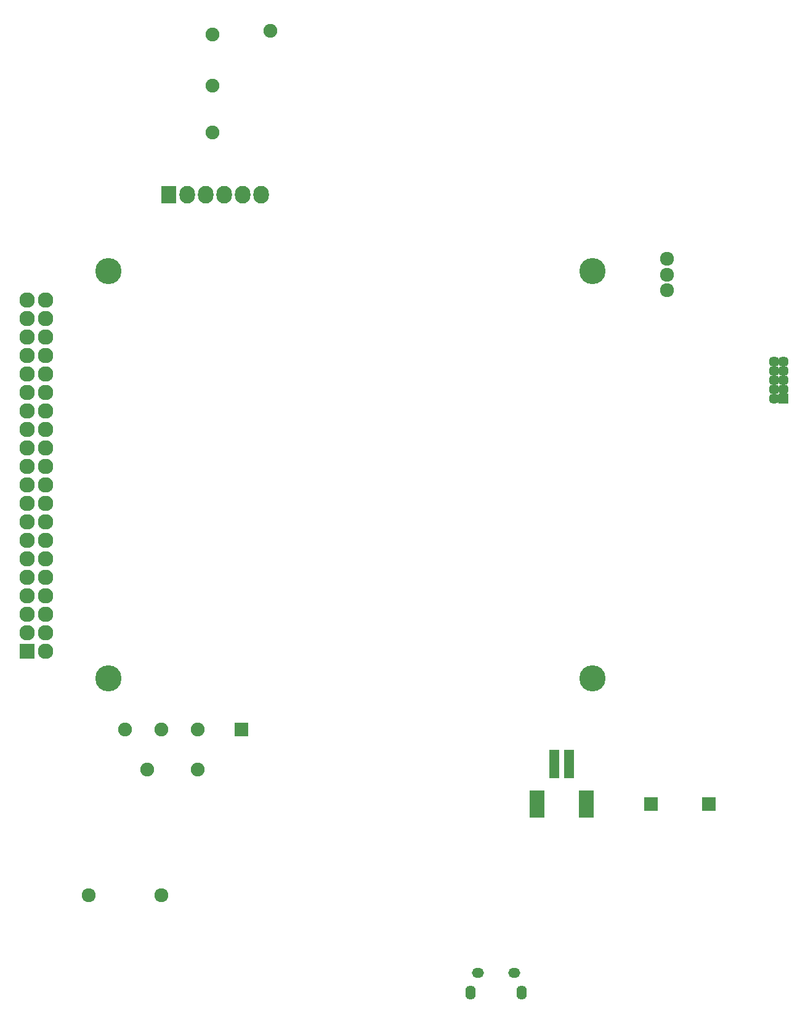
<source format=gbs>
G04 #@! TF.GenerationSoftware,KiCad,Pcbnew,(2016-12-18 revision 3ffa37c)-master*
G04 #@! TF.CreationDate,2016-12-20T20:39:12-08:00*
G04 #@! TF.ProjectId,badge-kicad,62616467652D6B696361642E6B696361,rev?*
G04 #@! TF.FileFunction,Soldermask,Bot*
G04 #@! TF.FilePolarity,Negative*
%FSLAX46Y46*%
G04 Gerber Fmt 4.6, Leading zero omitted, Abs format (unit mm)*
G04 Created by KiCad (PCBNEW (2016-12-18 revision 3ffa37c)-master) date Tuesday, December 20, 2016 'PMt' 08:39:12 PM*
%MOMM*%
%LPD*%
G01*
G04 APERTURE LIST*
%ADD10C,0.150000*%
%ADD11C,3.600000*%
%ADD12R,1.900000X1.900000*%
%ADD13C,1.900000*%
%ADD14C,1.450000*%
%ADD15R,1.450000X1.450000*%
%ADD16O,2.127200X2.127200*%
%ADD17R,2.127200X2.127200*%
%ADD18O,1.400000X1.950000*%
%ADD19O,1.650000X1.350000*%
%ADD20R,2.127200X2.432000*%
%ADD21O,2.127200X2.432000*%
%ADD22C,1.924000*%
%ADD23R,1.400000X3.900000*%
%ADD24R,2.000000X3.800000*%
G04 APERTURE END LIST*
D10*
D11*
X63700000Y-73000000D03*
X130200000Y-73000000D03*
X130200000Y-129000000D03*
X63700000Y-129000000D03*
D12*
X138250000Y-146250000D03*
X146250000Y-146250000D03*
D13*
X78000000Y-40500000D03*
X78000000Y-47500000D03*
X78040000Y-53910000D03*
X86000000Y-40000000D03*
X76000000Y-141500000D03*
X71000000Y-136000000D03*
X76000000Y-136000000D03*
X69000000Y-141500000D03*
X66000000Y-136000000D03*
D12*
X82000000Y-136000000D03*
D14*
X155230000Y-90500000D03*
X155230000Y-85420000D03*
X155230000Y-86690000D03*
X155230000Y-87960000D03*
X155230000Y-89230000D03*
X156500000Y-85420000D03*
X156500000Y-86690000D03*
X156500000Y-87960000D03*
X156500000Y-89230000D03*
D15*
X156500000Y-90500000D03*
D16*
X55040000Y-76940000D03*
X52500000Y-76940000D03*
X55040000Y-79480000D03*
X52500000Y-79480000D03*
X55040000Y-82020000D03*
X52500000Y-82020000D03*
X55040000Y-84560000D03*
X52500000Y-84560000D03*
X55040000Y-87100000D03*
X52500000Y-87100000D03*
X55040000Y-89640000D03*
X52500000Y-89640000D03*
X55040000Y-92180000D03*
X52500000Y-92180000D03*
X55040000Y-94720000D03*
X52500000Y-94720000D03*
X55040000Y-97260000D03*
X52500000Y-97260000D03*
X55040000Y-99800000D03*
X52500000Y-99800000D03*
X55040000Y-102340000D03*
X52500000Y-102340000D03*
X55040000Y-104880000D03*
X52500000Y-104880000D03*
X55040000Y-107420000D03*
X52500000Y-107420000D03*
X55040000Y-109960000D03*
X52500000Y-109960000D03*
X55040000Y-112500000D03*
X52500000Y-112500000D03*
X55040000Y-115040000D03*
X52500000Y-115040000D03*
X55040000Y-117580000D03*
X52500000Y-117580000D03*
X55040000Y-120120000D03*
X52500000Y-120120000D03*
X55040000Y-122660000D03*
X52500000Y-122660000D03*
X55040000Y-125200000D03*
D17*
X52500000Y-125200000D03*
D18*
X120499100Y-172137460D03*
X113499100Y-172137460D03*
D19*
X119499100Y-169437460D03*
X114499100Y-169437460D03*
D20*
X72000000Y-62500000D03*
D21*
X74540000Y-62500000D03*
X77080000Y-62500000D03*
X79620000Y-62500000D03*
X82160000Y-62500000D03*
X84700000Y-62500000D03*
D22*
X140500000Y-75650000D03*
X140500000Y-73500000D03*
X140500000Y-71350000D03*
X60960000Y-158750000D03*
X70960000Y-158750000D03*
D23*
X127000000Y-140725000D03*
X125000000Y-140725000D03*
D24*
X129400000Y-146275000D03*
X122600000Y-146275000D03*
M02*

</source>
